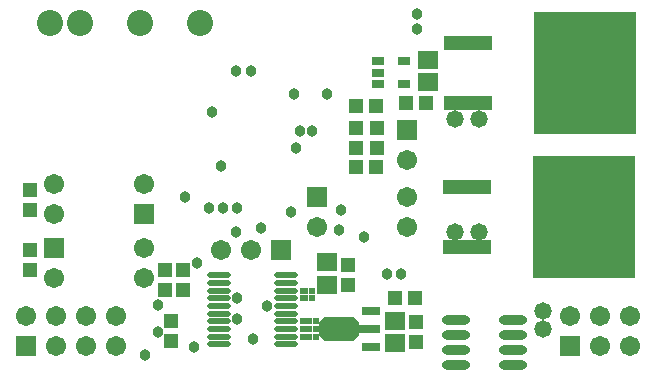
<source format=gts>
G04*
G04 #@! TF.GenerationSoftware,Altium Limited,Altium Designer,24.5.2 (23)*
G04*
G04 Layer_Color=8388736*
%FSLAX25Y25*%
%MOIN*%
G70*
G04*
G04 #@! TF.SameCoordinates,CB4C24F7-EE71-4198-96C3-8168C5EFC23F*
G04*
G04*
G04 #@! TF.FilePolarity,Negative*
G04*
G01*
G75*
%ADD29R,0.01951X0.02204*%
%ADD30R,0.01939X0.02175*%
%ADD31R,0.02842X0.02175*%
%ADD32R,0.02368X0.02175*%
%ADD33R,0.03934X0.02187*%
%ADD34R,0.03915X0.02187*%
%ADD35R,0.03927X0.02187*%
%ADD36R,0.04737X0.05131*%
%ADD37R,0.33871X0.40564*%
%ADD38R,0.15958X0.04540*%
%ADD39R,0.05131X0.04737*%
%ADD40R,0.04331X0.02756*%
%ADD41O,0.07887X0.02178*%
%ADD42O,0.09461X0.03162*%
%ADD43R,0.06312X0.03162*%
%ADD44R,0.07887X0.03162*%
G04:AMPARAMS|DCode=45|XSize=82.8mil|YSize=133.98mil|CornerRadius=0mil|HoleSize=0mil|Usage=FLASHONLY|Rotation=270.000|XOffset=0mil|YOffset=0mil|HoleType=Round|Shape=Octagon|*
%AMOCTAGOND45*
4,1,8,0.06699,0.02070,0.06699,-0.02070,0.04629,-0.04140,-0.04629,-0.04140,-0.06699,-0.02070,-0.06699,0.02070,-0.04629,0.04140,0.04629,0.04140,0.06699,0.02070,0.0*
%
%ADD45OCTAGOND45*%

%ADD46R,0.06706X0.05918*%
%ADD47R,0.06706X0.06706*%
%ADD48C,0.06706*%
%ADD49C,0.08674*%
%ADD50R,0.06706X0.06706*%
%ADD51C,0.03800*%
%ADD52C,0.05800*%
D29*
X102990Y27846D02*
D03*
D30*
X102996Y30389D02*
D03*
D31*
X100287D02*
D03*
X100261Y27833D02*
D03*
D32*
X104272Y20138D02*
D03*
X104280Y17560D02*
D03*
X104280Y15006D02*
D03*
D33*
X100825Y20153D02*
D03*
D34*
X100826Y17600D02*
D03*
D35*
X100817Y15012D02*
D03*
D36*
X60000Y37347D02*
D03*
Y30654D02*
D03*
X54000Y30654D02*
D03*
Y37346D02*
D03*
X56000Y13654D02*
D03*
Y20346D02*
D03*
X9000Y57153D02*
D03*
Y63846D02*
D03*
Y43846D02*
D03*
Y37154D02*
D03*
X137500Y13153D02*
D03*
Y19846D02*
D03*
X117500Y77807D02*
D03*
Y84500D02*
D03*
X124500Y77807D02*
D03*
Y84500D02*
D03*
X115000Y32153D02*
D03*
Y38846D02*
D03*
D37*
X193673Y55000D02*
D03*
X194000Y103000D02*
D03*
D38*
X154500Y45000D02*
D03*
Y65000D02*
D03*
X154827Y113000D02*
D03*
Y93000D02*
D03*
D39*
X134153D02*
D03*
X137346Y28000D02*
D03*
X130654D02*
D03*
X140847Y93000D02*
D03*
X117654Y71500D02*
D03*
X124346D02*
D03*
X117654Y92000D02*
D03*
X124346D02*
D03*
D40*
X125000Y103000D02*
D03*
X133662Y106740D02*
D03*
Y99259D02*
D03*
X125000Y106739D02*
D03*
Y99260D02*
D03*
D41*
X94221Y20161D02*
D03*
Y15043D02*
D03*
Y17602D02*
D03*
Y27839D02*
D03*
Y30398D02*
D03*
Y12484D02*
D03*
Y22720D02*
D03*
Y25280D02*
D03*
Y32957D02*
D03*
Y35516D02*
D03*
X71780Y12484D02*
D03*
Y15043D02*
D03*
Y17602D02*
D03*
Y20161D02*
D03*
Y22720D02*
D03*
Y25280D02*
D03*
Y27839D02*
D03*
Y30398D02*
D03*
Y32957D02*
D03*
Y35516D02*
D03*
D42*
X151000Y20500D02*
D03*
Y15500D02*
D03*
Y10500D02*
D03*
Y5500D02*
D03*
X169898Y20500D02*
D03*
Y15500D02*
D03*
Y10500D02*
D03*
Y5500D02*
D03*
D43*
X122480Y11594D02*
D03*
Y23405D02*
D03*
D44*
X121693Y17500D02*
D03*
D45*
X111850D02*
D03*
D46*
X141500Y107240D02*
D03*
Y99760D02*
D03*
X130500Y12760D02*
D03*
Y20240D02*
D03*
X108000Y32260D02*
D03*
Y39740D02*
D03*
D47*
X104500Y61500D02*
D03*
X7500Y12000D02*
D03*
X189000D02*
D03*
X47000Y56000D02*
D03*
X17000Y44500D02*
D03*
X92500Y44000D02*
D03*
D48*
X104500Y51500D02*
D03*
X134500Y61500D02*
D03*
Y51500D02*
D03*
X7500Y22000D02*
D03*
X17500Y12000D02*
D03*
Y22000D02*
D03*
X27500Y12000D02*
D03*
Y22000D02*
D03*
X37500Y12000D02*
D03*
Y22000D02*
D03*
X189000D02*
D03*
X199000Y12000D02*
D03*
Y22000D02*
D03*
X209000Y12000D02*
D03*
Y22000D02*
D03*
X17000Y66000D02*
D03*
Y56000D02*
D03*
X47000Y66000D02*
D03*
Y34500D02*
D03*
Y44500D02*
D03*
X17000Y34500D02*
D03*
X82500Y44000D02*
D03*
X72500D02*
D03*
X134500Y74000D02*
D03*
D49*
X15500Y119500D02*
D03*
X25500D02*
D03*
X45500D02*
D03*
X65500D02*
D03*
D50*
X134500Y84000D02*
D03*
D51*
X128000Y36000D02*
D03*
X132500D02*
D03*
X97000Y96000D02*
D03*
X69666Y89840D02*
D03*
X77500Y103500D02*
D03*
X137841Y122492D02*
D03*
X82500Y103500D02*
D03*
X63500Y11500D02*
D03*
X99032Y83532D02*
D03*
X112000Y50500D02*
D03*
X112611Y57112D02*
D03*
X137798Y117492D02*
D03*
X60500Y61500D02*
D03*
X72500Y72000D02*
D03*
X108000Y96000D02*
D03*
X64520Y39591D02*
D03*
X83335Y14165D02*
D03*
X51500Y16500D02*
D03*
Y25500D02*
D03*
X47422Y8922D02*
D03*
X87899Y25263D02*
D03*
X86021Y51237D02*
D03*
X77993Y27830D02*
D03*
X78000Y21000D02*
D03*
X73250Y58000D02*
D03*
X78000D02*
D03*
X68500D02*
D03*
X120379Y48379D02*
D03*
X96000Y56500D02*
D03*
X103000Y83500D02*
D03*
X77500Y50000D02*
D03*
X97500Y78000D02*
D03*
D52*
X180000Y23500D02*
D03*
Y17500D02*
D03*
X158500Y50000D02*
D03*
X150500D02*
D03*
Y87500D02*
D03*
X158500D02*
D03*
X206000Y68500D02*
D03*
Y59500D02*
D03*
Y50500D02*
D03*
Y41500D02*
D03*
X197500D02*
D03*
Y50500D02*
D03*
Y59500D02*
D03*
Y68500D02*
D03*
X187500Y117000D02*
D03*
Y108000D02*
D03*
Y99000D02*
D03*
Y90000D02*
D03*
X196000Y117000D02*
D03*
Y108000D02*
D03*
Y99000D02*
D03*
Y90000D02*
D03*
X204500D02*
D03*
Y99000D02*
D03*
Y108000D02*
D03*
Y117000D02*
D03*
M02*

</source>
